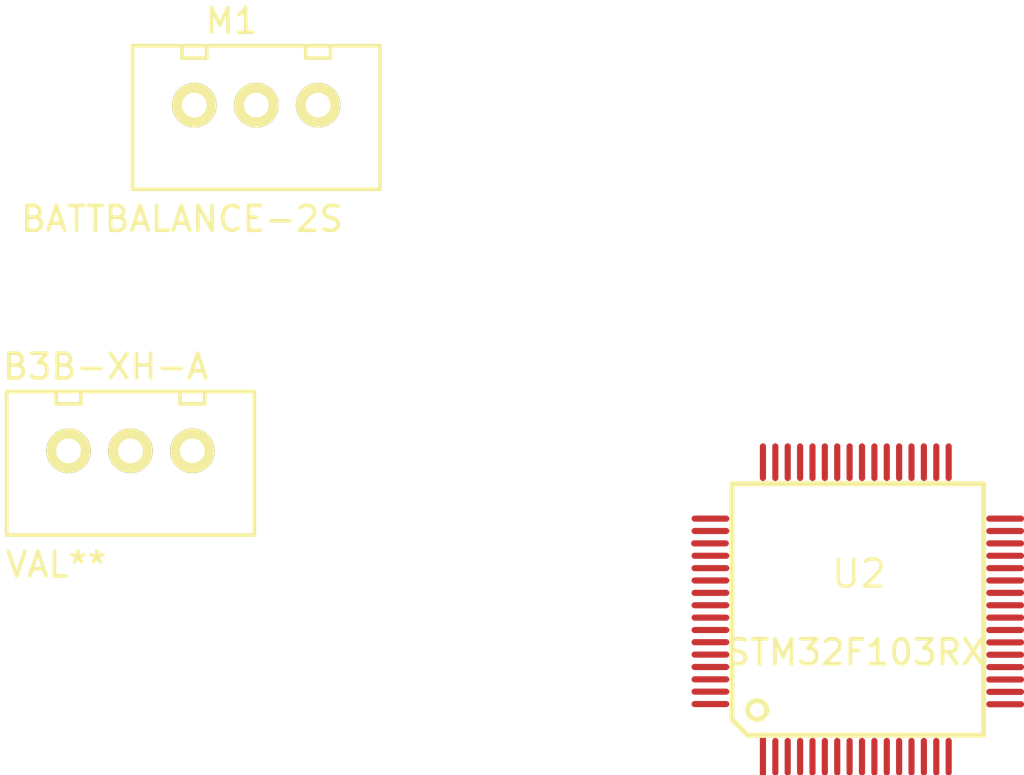
<source format=kicad_pcb>
(kicad_pcb (version 3) (host pcbnew "(2013-07-07 BZR 4022)-stable")

  (general
    (links 1)
    (no_connects 1)
    (area 0 0 0 0)
    (thickness 1.6)
    (drawings 0)
    (tracks 0)
    (zones 0)
    (modules 3)
    (nets 4)
  )

  (page A3)
  (layers
    (15 F.Cu signal)
    (0 B.Cu signal)
    (16 B.Adhes user)
    (17 F.Adhes user)
    (18 B.Paste user)
    (19 F.Paste user)
    (20 B.SilkS user)
    (21 F.SilkS user)
    (22 B.Mask user)
    (23 F.Mask user)
    (24 Dwgs.User user)
    (25 Cmts.User user)
    (26 Eco1.User user)
    (27 Eco2.User user)
    (28 Edge.Cuts user)
  )

  (setup
    (last_trace_width 0.254)
    (trace_clearance 0.254)
    (zone_clearance 0.508)
    (zone_45_only no)
    (trace_min 0.254)
    (segment_width 0.2)
    (edge_width 0.1)
    (via_size 0.889)
    (via_drill 0.635)
    (via_min_size 0.889)
    (via_min_drill 0.508)
    (uvia_size 0.508)
    (uvia_drill 0.127)
    (uvias_allowed no)
    (uvia_min_size 0.508)
    (uvia_min_drill 0.127)
    (pcb_text_width 0.3)
    (pcb_text_size 1.5 1.5)
    (mod_edge_width 0.15)
    (mod_text_size 1 1)
    (mod_text_width 0.15)
    (pad_size 1.8 1.8)
    (pad_drill 1)
    (pad_to_mask_clearance 0)
    (aux_axis_origin 0 0)
    (visible_elements FFFFFFBF)
    (pcbplotparams
      (layerselection 3178497)
      (usegerberextensions true)
      (excludeedgelayer true)
      (linewidth 0.150000)
      (plotframeref false)
      (viasonmask false)
      (mode 1)
      (useauxorigin false)
      (hpglpennumber 1)
      (hpglpenspeed 20)
      (hpglpendiameter 15)
      (hpglpenoverlay 2)
      (psnegative false)
      (psa4output false)
      (plotreference true)
      (plotvalue true)
      (plotothertext true)
      (plotinvisibletext false)
      (padsonsilk false)
      (subtractmaskfromsilk false)
      (outputformat 1)
      (mirror false)
      (drillshape 1)
      (scaleselection 1)
      (outputdirectory ""))
  )

  (net 0 "")
  (net 1 /RefMouseV1-Power/VBATT)
  (net 2 GND)
  (net 3 N-0000068)

  (net_class Default "This is the default net class."
    (clearance 0.254)
    (trace_width 0.254)
    (via_dia 0.889)
    (via_drill 0.635)
    (uvia_dia 0.508)
    (uvia_drill 0.127)
    (add_net "")
    (add_net /RefMouseV1-Power/VBATT)
    (add_net GND)
    (add_net N-0000068)
  )

  (module B3B-XH-A (layer F.Cu) (tedit 521AC3C9) (tstamp 521AC3FF)
    (at 48.26 39.37)
    (fp_text reference B3B-XH-A (at 4 -1) (layer F.SilkS)
      (effects (font (size 1 1) (thickness 0.15)))
    )
    (fp_text value VAL** (at 2 7) (layer F.SilkS)
      (effects (font (size 1 1) (thickness 0.15)))
    )
    (fp_line (start 7 0) (end 7 0.5) (layer F.SilkS) (width 0.15))
    (fp_line (start 7 0.5) (end 8 0.5) (layer F.SilkS) (width 0.15))
    (fp_line (start 8 0.5) (end 8 0) (layer F.SilkS) (width 0.15))
    (fp_line (start 2 0) (end 2 0.5) (layer F.SilkS) (width 0.15))
    (fp_line (start 2 0.5) (end 3 0.5) (layer F.SilkS) (width 0.15))
    (fp_line (start 3 0.5) (end 3 0) (layer F.SilkS) (width 0.15))
    (fp_line (start 0 0) (end 0 5.8) (layer F.SilkS) (width 0.15))
    (fp_line (start 0 5.8) (end 10 5.8) (layer F.SilkS) (width 0.15))
    (fp_line (start 10 5.8) (end 10 0) (layer F.SilkS) (width 0.15))
    (fp_line (start 10 0) (end 0 0) (layer F.SilkS) (width 0.15))
    (pad 1 thru_hole circle (at 7.5 2.4) (size 1.8 1.8) (drill 1)
      (layers *.Cu *.Mask F.SilkS)
    )
    (pad 2 thru_hole circle (at 5 2.4) (size 1.8 1.8) (drill 1)
      (layers *.Cu *.Mask F.SilkS)
    )
    (pad 3 thru_hole circle (at 2.5 2.4) (size 1.8 1.8) (drill 1)
      (layers *.Cu *.Mask F.SilkS)
    )
  )

  (module TQFP_64 (layer F.Cu) (tedit 48A969ED) (tstamp 521AC51D)
    (at 82.55 48.26)
    (tags "TQFP64 TQFP SMD IC")
    (path /521A8AA1)
    (fp_text reference U2 (at 0.127 -1.524) (layer F.SilkS)
      (effects (font (size 1.09982 1.09982) (thickness 0.127)))
    )
    (fp_text value STM32F103RX (at 0 1.651) (layer F.SilkS)
      (effects (font (size 1.00076 1.00076) (thickness 0.1524)))
    )
    (fp_circle (center -3.98272 3.98272) (end -3.98272 3.60172) (layer F.SilkS) (width 0.2032))
    (fp_line (start 5.16128 -5.16128) (end -4.99872 -5.16128) (layer F.SilkS) (width 0.2032))
    (fp_line (start -4.99872 -5.16128) (end -4.99872 4.36372) (layer F.SilkS) (width 0.2032))
    (fp_line (start -4.99872 4.36372) (end -4.36372 4.99872) (layer F.SilkS) (width 0.2032))
    (fp_line (start -4.36372 4.99872) (end 5.16128 4.99872) (layer F.SilkS) (width 0.2032))
    (fp_line (start 5.16128 4.99872) (end 5.16128 -5.16128) (layer F.SilkS) (width 0.2032))
    (pad 1 smd rect (at -3.74904 5.86994) (size 0.24892 1.524)
      (layers F.Cu F.Paste F.Mask)
    )
    (pad 2 smd oval (at -3.24866 5.86994) (size 0.24892 1.524)
      (layers F.Cu F.Paste F.Mask)
    )
    (pad 3 smd oval (at -2.74828 5.86994) (size 0.24892 1.524)
      (layers F.Cu F.Paste F.Mask)
    )
    (pad 4 smd oval (at -2.2479 5.86994) (size 0.24892 1.524)
      (layers F.Cu F.Paste F.Mask)
    )
    (pad 5 smd oval (at -1.74752 5.86994) (size 0.24892 1.524)
      (layers F.Cu F.Paste F.Mask)
    )
    (pad 6 smd oval (at -1.24968 5.86994) (size 0.24892 1.524)
      (layers F.Cu F.Paste F.Mask)
    )
    (pad 7 smd oval (at -0.7493 5.86994) (size 0.24892 1.524)
      (layers F.Cu F.Paste F.Mask)
    )
    (pad 8 smd oval (at -0.24892 5.86994) (size 0.24892 1.524)
      (layers F.Cu F.Paste F.Mask)
    )
    (pad 9 smd oval (at 0.25146 5.86994) (size 0.24892 1.524)
      (layers F.Cu F.Paste F.Mask)
    )
    (pad 10 smd oval (at 0.75184 5.86994) (size 0.24892 1.524)
      (layers F.Cu F.Paste F.Mask)
    )
    (pad 11 smd oval (at 1.25222 5.86994) (size 0.24892 1.524)
      (layers F.Cu F.Paste F.Mask)
    )
    (pad 12 smd oval (at 1.75006 5.86994) (size 0.24892 1.524)
      (layers F.Cu F.Paste F.Mask)
    )
    (pad 13 smd oval (at 2.25044 5.86994) (size 0.24892 1.524)
      (layers F.Cu F.Paste F.Mask)
    )
    (pad 14 smd oval (at 2.75082 5.86994) (size 0.24892 1.524)
      (layers F.Cu F.Paste F.Mask)
    )
    (pad 15 smd oval (at 3.2512 5.86994) (size 0.24892 1.524)
      (layers F.Cu F.Paste F.Mask)
    )
    (pad 16 smd oval (at 3.75158 5.86994) (size 0.24892 1.524)
      (layers F.Cu F.Paste F.Mask)
    )
    (pad 17 smd oval (at 6.0325 3.74904) (size 1.524 0.24892)
      (layers F.Cu F.Paste F.Mask)
    )
    (pad 18 smd oval (at 6.0325 3.24866) (size 1.524 0.24892)
      (layers F.Cu F.Paste F.Mask)
    )
    (pad 19 smd oval (at 6.0325 2.74828) (size 1.524 0.24892)
      (layers F.Cu F.Paste F.Mask)
    )
    (pad 20 smd oval (at 6.0325 2.2479) (size 1.524 0.24892)
      (layers F.Cu F.Paste F.Mask)
    )
    (pad 21 smd oval (at 6.0325 1.74752) (size 1.524 0.24892)
      (layers F.Cu F.Paste F.Mask)
    )
    (pad 22 smd oval (at 6.0325 1.24968) (size 1.524 0.24892)
      (layers F.Cu F.Paste F.Mask)
    )
    (pad 23 smd oval (at 6.0325 0.7493) (size 1.524 0.24892)
      (layers F.Cu F.Paste F.Mask)
    )
    (pad 24 smd oval (at 6.0325 0.24892) (size 1.524 0.24892)
      (layers F.Cu F.Paste F.Mask)
    )
    (pad 25 smd oval (at 6.0325 -0.25146) (size 1.524 0.24892)
      (layers F.Cu F.Paste F.Mask)
    )
    (pad 26 smd oval (at 6.0325 -0.75184) (size 1.524 0.24892)
      (layers F.Cu F.Paste F.Mask)
    )
    (pad 27 smd oval (at 6.0325 -1.25222) (size 1.524 0.24892)
      (layers F.Cu F.Paste F.Mask)
    )
    (pad 28 smd oval (at 6.0325 -1.75006) (size 1.524 0.24892)
      (layers F.Cu F.Paste F.Mask)
    )
    (pad 29 smd oval (at 6.0325 -2.25044) (size 1.524 0.24892)
      (layers F.Cu F.Paste F.Mask)
    )
    (pad 30 smd oval (at 6.0325 -2.75082) (size 1.524 0.24892)
      (layers F.Cu F.Paste F.Mask)
    )
    (pad 31 smd oval (at 6.0325 -3.2512) (size 1.524 0.24892)
      (layers F.Cu F.Paste F.Mask)
    )
    (pad 32 smd oval (at 6.0325 -3.75158) (size 1.524 0.24892)
      (layers F.Cu F.Paste F.Mask)
    )
    (pad 33 smd oval (at 3.75158 -6.0325) (size 0.24892 1.524)
      (layers F.Cu F.Paste F.Mask)
    )
    (pad 34 smd oval (at 3.2512 -6.0325) (size 0.24892 1.524)
      (layers F.Cu F.Paste F.Mask)
    )
    (pad 35 smd oval (at 2.75082 -6.0325) (size 0.24892 1.524)
      (layers F.Cu F.Paste F.Mask)
    )
    (pad 36 smd oval (at 2.25044 -6.0325) (size 0.24892 1.524)
      (layers F.Cu F.Paste F.Mask)
    )
    (pad 37 smd oval (at 1.75006 -6.0325) (size 0.24892 1.524)
      (layers F.Cu F.Paste F.Mask)
    )
    (pad 38 smd oval (at 1.25222 -6.0325) (size 0.24892 1.524)
      (layers F.Cu F.Paste F.Mask)
    )
    (pad 39 smd oval (at 0.75184 -6.0325) (size 0.24892 1.524)
      (layers F.Cu F.Paste F.Mask)
    )
    (pad 40 smd oval (at 0.25146 -6.0325) (size 0.24892 1.524)
      (layers F.Cu F.Paste F.Mask)
    )
    (pad 41 smd oval (at -0.24892 -6.0325) (size 0.24892 1.524)
      (layers F.Cu F.Paste F.Mask)
    )
    (pad 42 smd oval (at -0.7493 -6.0325) (size 0.24892 1.524)
      (layers F.Cu F.Paste F.Mask)
    )
    (pad 43 smd oval (at -1.24968 -6.0325) (size 0.24892 1.524)
      (layers F.Cu F.Paste F.Mask)
    )
    (pad 44 smd oval (at -1.74752 -6.0325) (size 0.24892 1.524)
      (layers F.Cu F.Paste F.Mask)
    )
    (pad 45 smd oval (at -2.2479 -6.0325) (size 0.24892 1.524)
      (layers F.Cu F.Paste F.Mask)
    )
    (pad 46 smd oval (at -2.74828 -6.0325) (size 0.24892 1.524)
      (layers F.Cu F.Paste F.Mask)
    )
    (pad 47 smd oval (at -3.24866 -6.0325) (size 0.24892 1.524)
      (layers F.Cu F.Paste F.Mask)
    )
    (pad 48 smd oval (at -3.74904 -6.0325) (size 0.24892 1.524)
      (layers F.Cu F.Paste F.Mask)
    )
    (pad 49 smd oval (at -5.86994 -3.75158) (size 1.524 0.24892)
      (layers F.Cu F.Paste F.Mask)
    )
    (pad 50 smd oval (at -5.86994 -3.2512) (size 1.524 0.24892)
      (layers F.Cu F.Paste F.Mask)
    )
    (pad 52 smd oval (at -5.86994 -2.25044) (size 1.524 0.24892)
      (layers F.Cu F.Paste F.Mask)
    )
    (pad 51 smd oval (at -5.88772 -2.75082) (size 1.524 0.24892)
      (layers F.Cu F.Paste F.Mask)
    )
    (pad 53 smd oval (at -5.86994 -1.75006) (size 1.524 0.24892)
      (layers F.Cu F.Paste F.Mask)
    )
    (pad 54 smd oval (at -5.86994 -1.25222) (size 1.524 0.24892)
      (layers F.Cu F.Paste F.Mask)
    )
    (pad 55 smd oval (at -5.86994 -0.75184) (size 1.524 0.24892)
      (layers F.Cu F.Paste F.Mask)
    )
    (pad 56 smd oval (at -5.86994 -0.25146) (size 1.524 0.24892)
      (layers F.Cu F.Paste F.Mask)
    )
    (pad 57 smd oval (at -5.86994 0.24892) (size 1.524 0.24892)
      (layers F.Cu F.Paste F.Mask)
    )
    (pad 58 smd oval (at -5.86994 0.7493) (size 1.524 0.24892)
      (layers F.Cu F.Paste F.Mask)
    )
    (pad 59 smd oval (at -5.86994 1.24206) (size 1.524 0.24892)
      (layers F.Cu F.Paste F.Mask)
    )
    (pad 60 smd oval (at -5.86994 1.74244) (size 1.524 0.24892)
      (layers F.Cu F.Paste F.Mask)
    )
    (pad 61 smd oval (at -5.86994 2.24282) (size 1.524 0.24892)
      (layers F.Cu F.Paste F.Mask)
    )
    (pad 62 smd oval (at -5.86994 2.7432) (size 1.524 0.24892)
      (layers F.Cu F.Paste F.Mask)
    )
    (pad 63 smd oval (at -5.86994 3.24104) (size 1.524 0.24892)
      (layers F.Cu F.Paste F.Mask)
      (net 2 GND)
    )
    (pad 64 smd oval (at -5.86994 3.74142) (size 1.524 0.24892)
      (layers F.Cu F.Paste F.Mask)
    )
    (model smd/TQFP_64.wrl
      (at (xyz 0 0 0.001))
      (scale (xyz 0.3937 0.3937 0.3937))
      (rotate (xyz 0 0 0))
    )
  )

  (module B3B-XH-A (layer F.Cu) (tedit 521AC3C9) (tstamp 521AC52E)
    (at 53.34 25.4)
    (path /521A8DE2/521AAB8A)
    (fp_text reference M1 (at 4 -1) (layer F.SilkS)
      (effects (font (size 1 1) (thickness 0.15)))
    )
    (fp_text value BATTBALANCE-2S (at 2 7) (layer F.SilkS)
      (effects (font (size 1 1) (thickness 0.15)))
    )
    (fp_line (start 7 0) (end 7 0.5) (layer F.SilkS) (width 0.15))
    (fp_line (start 7 0.5) (end 8 0.5) (layer F.SilkS) (width 0.15))
    (fp_line (start 8 0.5) (end 8 0) (layer F.SilkS) (width 0.15))
    (fp_line (start 2 0) (end 2 0.5) (layer F.SilkS) (width 0.15))
    (fp_line (start 2 0.5) (end 3 0.5) (layer F.SilkS) (width 0.15))
    (fp_line (start 3 0.5) (end 3 0) (layer F.SilkS) (width 0.15))
    (fp_line (start 0 0) (end 0 5.8) (layer F.SilkS) (width 0.15))
    (fp_line (start 0 5.8) (end 10 5.8) (layer F.SilkS) (width 0.15))
    (fp_line (start 10 5.8) (end 10 0) (layer F.SilkS) (width 0.15))
    (fp_line (start 10 0) (end 0 0) (layer F.SilkS) (width 0.15))
    (pad 1 thru_hole circle (at 7.5 2.4) (size 1.8 1.8) (drill 1)
      (layers *.Cu *.Mask F.SilkS)
      (net 2 GND)
    )
    (pad 2 thru_hole circle (at 5 2.4) (size 1.8 1.8) (drill 1)
      (layers *.Cu *.Mask F.SilkS)
      (net 3 N-0000068)
    )
    (pad 3 thru_hole circle (at 2.5 2.4) (size 1.8 1.8) (drill 1)
      (layers *.Cu *.Mask F.SilkS)
      (net 1 /RefMouseV1-Power/VBATT)
    )
  )

)

</source>
